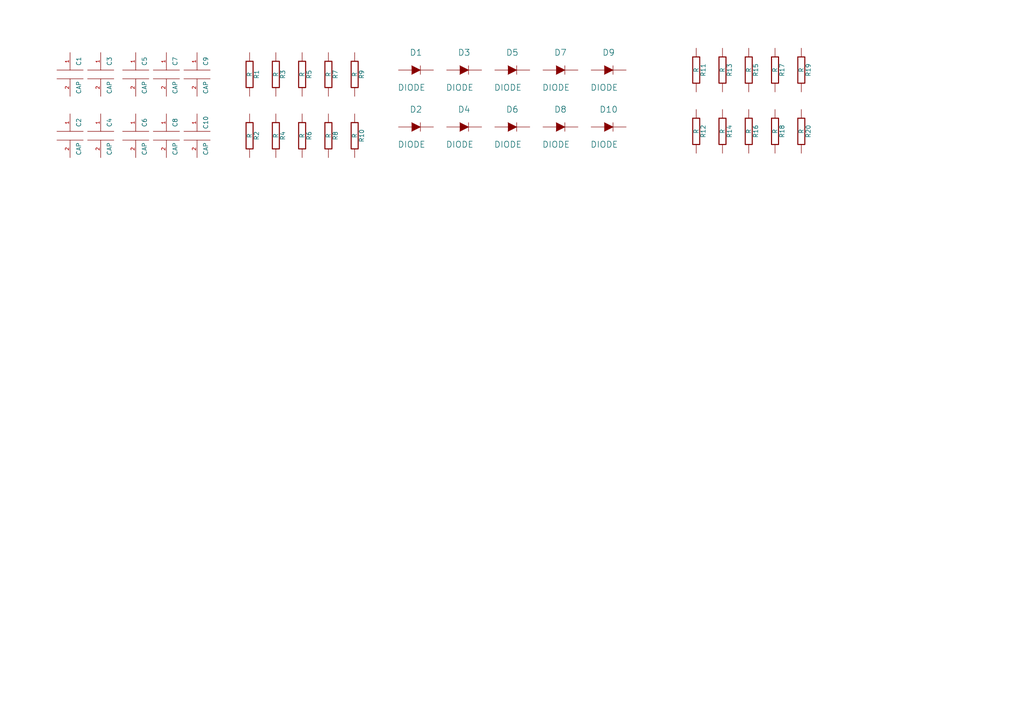
<source format=kicad_sch>
(kicad_sch (version 20230121) (generator eeschema)
  (paper "A4")
  (lib_symbols
    (symbol "testboard-rescue:CAP" (pin_names (offset 0.254))
      (property "Reference" "C" (at 2.54 3.81 90))
      (property "Value" "CAP" (at 2.54 -3.81 90))
      (symbol "CAP_0_1"
        (polyline (pts (xy -3.81 -1.27) (xy 3.81 -1.27)))
        (polyline (pts (xy -3.81 1.27) (xy 3.81 1.27)))
      )
      (symbol "CAP_1_1"
        (pin passive line (at 0 6.35 270) (length 5.08) (name "~") (number "1"))
        (pin passive line (at 0 -6.35 90) (length 5.08) (name "~") (number "2"))
      )
    )
    (symbol "testboard-rescue:DIODE" (pin_numbers hide) (pin_names (offset 1.016) hide)
      (property "Reference" "D" (at 0 2.54 0))
      (property "Value" "DIODE" (at 0 -2.54 0))
      (symbol "DIODE_0_1"
        (polyline (pts (xy 1.27 1.27) (xy 1.27 -1.27)) (stroke (width 0.1524)))
        (polyline (pts (xy -1.27 1.27) (xy 1.27 0) (xy -1.27 -1.27)) (fill (type outline)))
      )
      (symbol "DIODE_1_1"
        (pin passive line (at -5.08 0 0) (length 3.81) (name "A") (number "1"))
        (pin passive line (at 5.08 0 180) (length 3.81) (name "K") (number "2"))
      )
    )
    (symbol "testboard-rescue:R" (pin_numbers hide) (pin_names (offset 0))
      (property "Reference" "R" (at 2.032 0 90))
      (property "Value" "R" (at 0.1778 0.0254 90))
      (symbol "R_0_1"
        (rectangle (start -1.016 3.81) (end 1.016 -3.81) (stroke (width 0.3048)))
      )
      (symbol "R_1_1"
        (pin passive line (at 0 6.35 270) (length 2.54) (name "~") (number "1"))
        (pin passive line (at 0 -6.35 90) (length 2.54) (name "~") (number "2"))
      )
    )
  )
  (symbol (lib_id "testboard-rescue:CAP") (at 20.32 21.59 0) (unit 1)
    (property "Reference" "C1" (at 22.86 17.78 90))
    (property "Value" "CAP" (at 22.86 25.4 90))
  )
  (symbol (lib_id "testboard-rescue:CAP") (at 29.21 21.59 0) (unit 1)
    (property "Reference" "C3" (at 31.75 17.78 90))
    (property "Value" "CAP" (at 31.75 25.4 90))
  )
  (symbol (lib_id "testboard-rescue:CAP") (at 39.37 21.59 0) (unit 1)
    (property "Reference" "C5" (at 41.91 17.78 90))
    (property "Value" "CAP" (at 41.91 25.4 90))
  )
  (symbol (lib_id "testboard-rescue:CAP") (at 48.26 21.59 0) (unit 1)
    (property "Reference" "C7" (at 50.8 17.78 90))
    (property "Value" "CAP" (at 50.8 25.4 90))
  )
  (symbol (lib_id "testboard-rescue:CAP") (at 57.15 21.59 0) (unit 1)
    (property "Reference" "C9" (at 59.69 17.78 90))
    (property "Value" "CAP" (at 59.69 25.4 90))
  )
  (symbol (lib_id "testboard-rescue:CAP") (at 20.32 39.37 0) (unit 1)
    (property "Reference" "C2" (at 22.86 35.56 90))
    (property "Value" "CAP" (at 22.86 43.18 90))
  )
  (symbol (lib_id "testboard-rescue:CAP") (at 29.21 39.37 0) (unit 1)
    (property "Reference" "C4" (at 31.75 35.56 90))
    (property "Value" "CAP" (at 31.75 43.18 90))
  )
  (symbol (lib_id "testboard-rescue:CAP") (at 39.37 39.37 0) (unit 1)
    (property "Reference" "C6" (at 41.91 35.56 90))
    (property "Value" "CAP" (at 41.91 43.18 90))
  )
  (symbol (lib_id "testboard-rescue:CAP") (at 48.26 39.37 0) (unit 1)
    (property "Reference" "C8" (at 50.8 35.56 90))
    (property "Value" "CAP" (at 50.8 43.18 90))
  )
  (symbol (lib_id "testboard-rescue:CAP") (at 57.15 39.37 0) (unit 1)
    (property "Reference" "C10" (at 59.69 35.56 90))
    (property "Value" "CAP" (at 59.69 43.18 90))
  )
  (symbol (lib_id "testboard-rescue:R") (at 72.39 21.59 0) (unit 1)
    (property "Reference" "R1" (at 74.422 21.59 90))
    (property "Value" "R" (at 72.39 21.59 90))
  )
  (symbol (lib_id "testboard-rescue:R") (at 80.01 21.59 0) (unit 1)
    (property "Reference" "R3" (at 82.042 21.59 90))
    (property "Value" "R" (at 80.01 21.59 90))
  )
  (symbol (lib_id "testboard-rescue:R") (at 87.63 21.59 0) (unit 1)
    (property "Reference" "R5" (at 89.662 21.59 90))
    (property "Value" "R" (at 87.63 21.59 90))
  )
  (symbol (lib_id "testboard-rescue:R") (at 95.25 21.59 0) (unit 1)
    (property "Reference" "R7" (at 97.282 21.59 90))
    (property "Value" "R" (at 95.25 21.59 90))
  )
  (symbol (lib_id "testboard-rescue:R") (at 102.87 21.59 0) (unit 1)
    (property "Reference" "R9" (at 104.902 21.59 90))
    (property "Value" "R" (at 102.87 21.59 90))
  )
  (symbol (lib_id "testboard-rescue:R") (at 72.39 39.37 0) (unit 1)
    (property "Reference" "R2" (at 74.422 39.37 90))
    (property "Value" "R" (at 72.39 39.37 90))
  )
  (symbol (lib_id "testboard-rescue:R") (at 80.01 39.37 0) (unit 1)
    (property "Reference" "R4" (at 82.042 39.37 90))
    (property "Value" "R" (at 80.01 39.37 90))
  )
  (symbol (lib_id "testboard-rescue:R") (at 87.63 39.37 0) (unit 1)
    (property "Reference" "R6" (at 89.662 39.37 90))
    (property "Value" "R" (at 87.63 39.37 90))
  )
  (symbol (lib_id "testboard-rescue:R") (at 95.25 39.37 0) (unit 1)
    (property "Reference" "R8" (at 97.282 39.37 90))
    (property "Value" "R" (at 95.25 39.37 90))
  )
  (symbol (lib_id "testboard-rescue:R") (at 102.87 39.37 0) (unit 1)
    (property "Reference" "R10" (at 104.902 39.37 90))
    (property "Value" "R" (at 102.87 39.37 90))
  )
  (symbol (lib_id "testboard-rescue:DIODE") (at 120.65 20.32 0) (unit 1)
    (property "Reference" "D1" (at 120.65 15.24 0) (effects (font (size 1.778 1.778))))
    (property "Value" "DIODE" (at 119.38 25.4 0) (effects (font (size 1.778 1.778))))
  )
  (symbol (lib_id "testboard-rescue:DIODE") (at 134.62 20.32 0) (unit 1)
    (property "Reference" "D3" (at 134.62 15.24 0) (effects (font (size 1.778 1.778))))
    (property "Value" "DIODE" (at 133.35 25.4 0) (effects (font (size 1.778 1.778))))
  )
  (symbol (lib_id "testboard-rescue:DIODE") (at 148.59 20.32 0) (unit 1)
    (property "Reference" "D5" (at 148.59 15.24 0) (effects (font (size 1.778 1.778))))
    (property "Value" "DIODE" (at 147.32 25.4 0) (effects (font (size 1.778 1.778))))
  )
  (symbol (lib_id "testboard-rescue:DIODE") (at 162.56 20.32 0) (unit 1)
    (property "Reference" "D7" (at 162.56 15.24 0) (effects (font (size 1.778 1.778))))
    (property "Value" "DIODE" (at 161.29 25.4 0) (effects (font (size 1.778 1.778))))
  )
  (symbol (lib_id "testboard-rescue:DIODE") (at 176.53 20.32 0) (unit 1)
    (property "Reference" "D9" (at 176.53 15.24 0) (effects (font (size 1.778 1.778))))
    (property "Value" "DIODE" (at 175.26 25.4 0) (effects (font (size 1.778 1.778))))
  )
  (symbol (lib_id "testboard-rescue:DIODE") (at 120.65 36.83 0) (unit 1)
    (property "Reference" "D2" (at 120.65 31.75 0) (effects (font (size 1.778 1.778))))
    (property "Value" "DIODE" (at 119.38 41.91 0) (effects (font (size 1.778 1.778))))
  )
  (symbol (lib_id "testboard-rescue:DIODE") (at 134.62 36.83 0) (unit 1)
    (property "Reference" "D4" (at 134.62 31.75 0) (effects (font (size 1.778 1.778))))
    (property "Value" "DIODE" (at 133.35 41.91 0) (effects (font (size 1.778 1.778))))
  )
  (symbol (lib_id "testboard-rescue:DIODE") (at 148.59 36.83 0) (unit 1)
    (property "Reference" "D6" (at 148.59 31.75 0) (effects (font (size 1.778 1.778))))
    (property "Value" "DIODE" (at 147.32 41.91 0) (effects (font (size 1.778 1.778))))
  )
  (symbol (lib_id "testboard-rescue:DIODE") (at 162.56 36.83 0) (unit 1)
    (property "Reference" "D8" (at 162.56 31.75 0) (effects (font (size 1.778 1.778))))
    (property "Value" "DIODE" (at 161.29 41.91 0) (effects (font (size 1.778 1.778))))
  )
  (symbol (lib_id "testboard-rescue:DIODE") (at 176.53 36.83 0) (unit 1)
    (property "Reference" "D10" (at 176.53 31.75 0) (effects (font (size 1.778 1.778))))
    (property "Value" "DIODE" (at 175.26 41.91 0) (effects (font (size 1.778 1.778))))
  )
  (symbol (lib_id "testboard-rescue:R") (at 201.93 20.32 0) (unit 1)
    (property "Reference" "R11" (at 203.962 20.32 90))
    (property "Value" "R" (at 201.93 20.32 90))
  )
  (symbol (lib_id "testboard-rescue:R") (at 209.55 20.32 0) (unit 1)
    (property "Reference" "R13" (at 211.582 20.32 90))
    (property "Value" "R" (at 209.55 20.32 90))
  )
  (symbol (lib_id "testboard-rescue:R") (at 217.17 20.32 0) (unit 1)
    (property "Reference" "R15" (at 219.202 20.32 90))
    (property "Value" "R" (at 217.17 20.32 90))
  )
  (symbol (lib_id "testboard-rescue:R") (at 224.79 20.32 0) (unit 1)
    (property "Reference" "R17" (at 226.822 20.32 90))
    (property "Value" "R" (at 224.79 20.32 90))
  )
  (symbol (lib_id "testboard-rescue:R") (at 232.41 20.32 0) (unit 1)
    (property "Reference" "R19" (at 234.442 20.32 90))
    (property "Value" "R" (at 232.41 20.32 90))
  )
  (symbol (lib_id "testboard-rescue:R") (at 201.93 38.1 0) (unit 1)
    (property "Reference" "R12" (at 203.962 38.1 90))
    (property "Value" "R" (at 201.93 38.1 90))
  )
  (symbol (lib_id "testboard-rescue:R") (at 209.55 38.1 0) (unit 1)
    (property "Reference" "R14" (at 211.582 38.1 90))
    (property "Value" "R" (at 209.55 38.1 90))
  )
  (symbol (lib_id "testboard-rescue:R") (at 217.17 38.1 0) (unit 1)
    (property "Reference" "R16" (at 219.202 38.1 90))
    (property "Value" "R" (at 217.17 38.1 90))
  )
  (symbol (lib_id "testboard-rescue:R") (at 224.79 38.1 0) (unit 1)
    (property "Reference" "R18" (at 226.822 38.1 90))
    (property "Value" "R" (at 224.79 38.1 90))
  )
  (symbol (lib_id "testboard-rescue:R") (at 232.41 38.1 0) (unit 1)
    (property "Reference" "R20" (at 234.442 38.1 90))
    (property "Value" "R" (at 232.41 38.1 90))
  )
)
</source>
